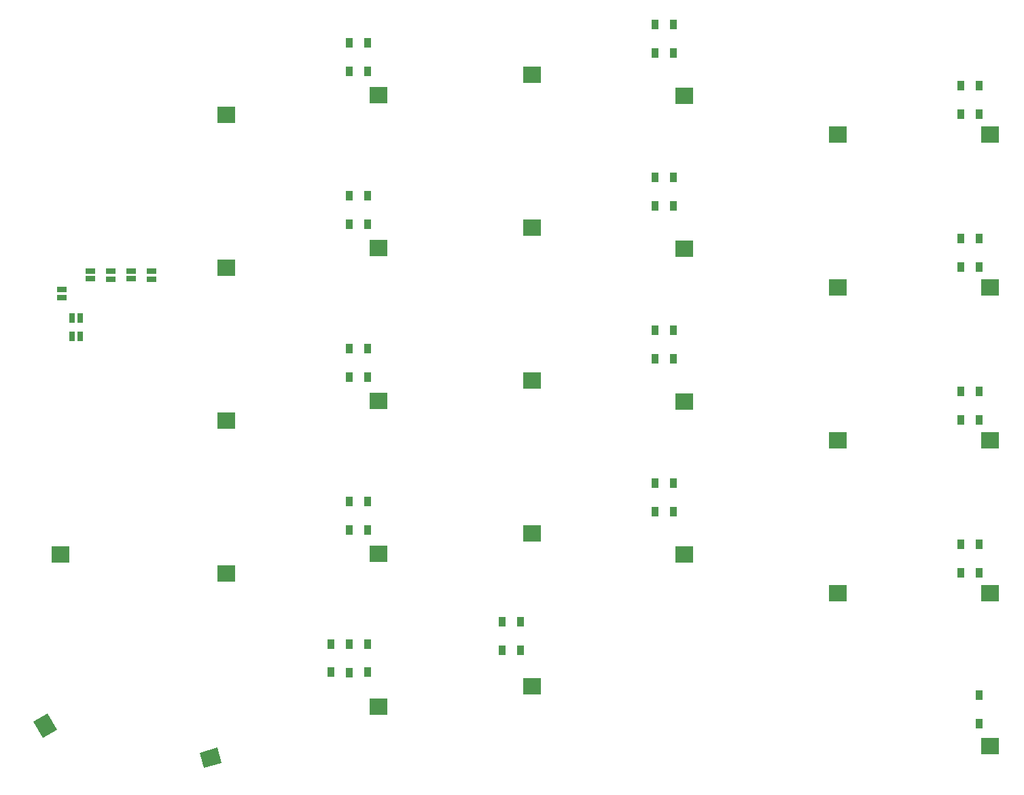
<source format=gtp>
G04 #@! TF.GenerationSoftware,KiCad,Pcbnew,(6.0.2-0)*
G04 #@! TF.CreationDate,2022-02-19T09:10:40+00:00*
G04 #@! TF.ProjectId,SofleKeyboard,536f666c-654b-4657-9962-6f6172642e6b,rev?*
G04 #@! TF.SameCoordinates,Original*
G04 #@! TF.FileFunction,Paste,Top*
G04 #@! TF.FilePolarity,Positive*
%FSLAX46Y46*%
G04 Gerber Fmt 4.6, Leading zero omitted, Abs format (unit mm)*
G04 Created by KiCad (PCBNEW (6.0.2-0)) date 2022-02-19 09:10:40*
%MOMM*%
%LPD*%
G01*
G04 APERTURE LIST*
%ADD10R,0.950000X1.300000*%
%ADD11R,1.143000X0.635000*%
%ADD12R,2.300000X2.000000*%
%ADD13R,0.635000X1.143000*%
G04 APERTURE END LIST*
D10*
X122174000Y-45723000D03*
X122174000Y-49273000D03*
X124460000Y-45723000D03*
X124460000Y-49273000D03*
X160274000Y-43437000D03*
X160274000Y-46987000D03*
X162560000Y-43437000D03*
X162560000Y-46987000D03*
X198374000Y-51057000D03*
X198374000Y-54607000D03*
X200660000Y-51057000D03*
X200660000Y-54607000D03*
X122174000Y-64773000D03*
X122174000Y-68323000D03*
X124460000Y-64773000D03*
X124460000Y-68323000D03*
X160274000Y-62487000D03*
X160274000Y-66037000D03*
X162560000Y-62487000D03*
X162560000Y-66037000D03*
X198374000Y-70107000D03*
X198374000Y-73657000D03*
X200660000Y-70107000D03*
X200660000Y-73657000D03*
X122174000Y-83823000D03*
X122174000Y-87373000D03*
X124460000Y-83823000D03*
X124460000Y-87373000D03*
X160274000Y-81537000D03*
X160274000Y-85087000D03*
X162560000Y-81537000D03*
X162560000Y-85087000D03*
X198374000Y-89157000D03*
X198374000Y-92707000D03*
X200660000Y-89157000D03*
X200660000Y-92707000D03*
X122174000Y-102873000D03*
X122174000Y-106423000D03*
X124460000Y-102873000D03*
X124460000Y-106423000D03*
X160274000Y-100587000D03*
X160274000Y-104137000D03*
X162560000Y-100587000D03*
X162560000Y-104137000D03*
X198374000Y-108207000D03*
X198374000Y-111757000D03*
X200660000Y-108207000D03*
X200660000Y-111757000D03*
X119888000Y-120646000D03*
X119888000Y-124196000D03*
X122174000Y-120653000D03*
X122174000Y-124203000D03*
X124460000Y-120646000D03*
X124460000Y-124196000D03*
X141224000Y-117856000D03*
X141224000Y-121406000D03*
X143510000Y-117859000D03*
X143510000Y-121409000D03*
X200660000Y-127003000D03*
X200660000Y-130553000D03*
D11*
X97536000Y-75176380D03*
X97536000Y-74175620D03*
X94996000Y-75168760D03*
X94996000Y-74168000D03*
X92456000Y-75176380D03*
X92456000Y-74175620D03*
X89916000Y-75168760D03*
X89916000Y-74168000D03*
D12*
X106827180Y-54769380D03*
X125826000Y-52268000D03*
X144926000Y-49750000D03*
X163927000Y-52369000D03*
X183026000Y-57169000D03*
X202025340Y-57170740D03*
X106827180Y-73819380D03*
X125826000Y-71318000D03*
X144926000Y-68800000D03*
X163927000Y-71419000D03*
X183026000Y-76219000D03*
X202025340Y-76220740D03*
X106827180Y-92869380D03*
X125826000Y-90368000D03*
X144926000Y-87850000D03*
X163927000Y-90469000D03*
X183026000Y-95269000D03*
X106827180Y-111919380D03*
X125826000Y-109418000D03*
X144926000Y-106900000D03*
X163927000Y-109519000D03*
X183026000Y-114319000D03*
G36*
X82832629Y-130360893D02*
G01*
X84564679Y-129360893D01*
X85714679Y-131352751D01*
X83982629Y-132352751D01*
X82832629Y-130360893D01*
G37*
G36*
X104028276Y-136121390D02*
G01*
X103510638Y-134189538D01*
X105732268Y-133594254D01*
X106249906Y-135526106D01*
X104028276Y-136121390D01*
G37*
X125826000Y-128468000D03*
X144926000Y-125950000D03*
X202025340Y-133370740D03*
D11*
X86360000Y-76461620D03*
X86360000Y-77462380D03*
D12*
X202025340Y-114320740D03*
X202025340Y-95270740D03*
X86218000Y-109514000D03*
D13*
X87637620Y-82296000D03*
X88638380Y-82296000D03*
X87637620Y-80010000D03*
X88638380Y-80010000D03*
M02*

</source>
